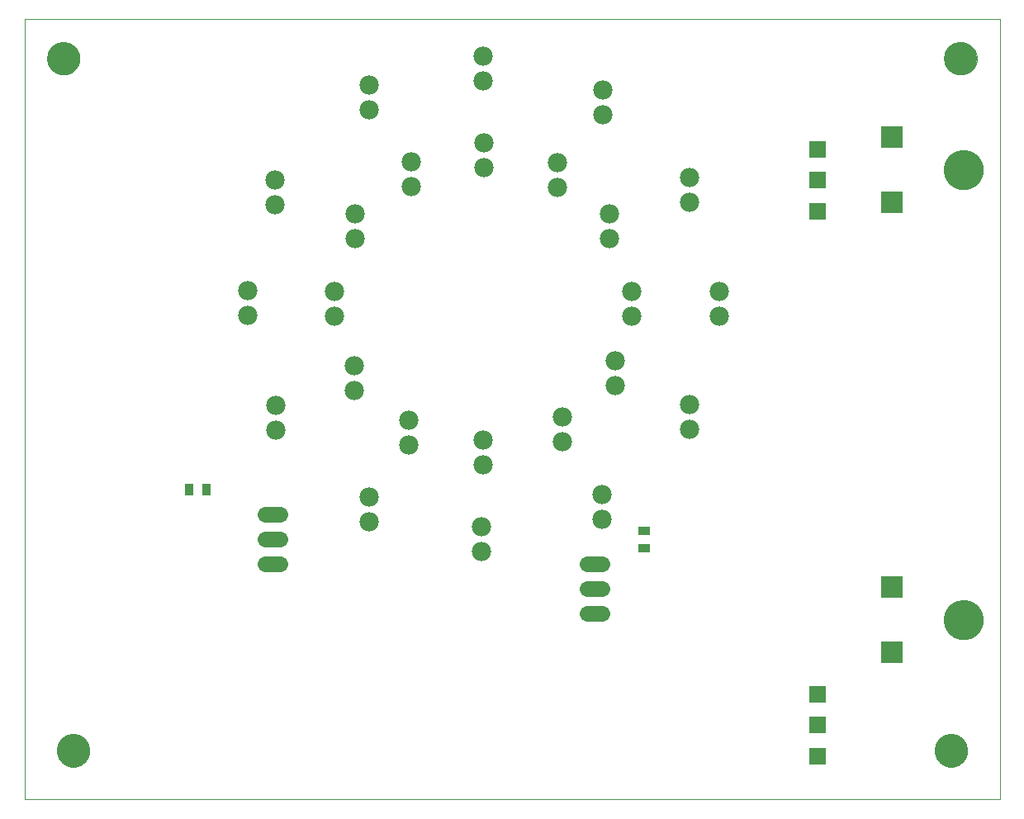
<source format=gts>
G75*
%MOIN*%
%OFA0B0*%
%FSLAX25Y25*%
%IPPOS*%
%LPD*%
%AMOC8*
5,1,8,0,0,1.08239X$1,22.5*
%
%ADD10C,0.00000*%
%ADD11C,0.07800*%
%ADD12C,0.16148*%
%ADD13R,0.08668X0.08668*%
%ADD14R,0.06700X0.06700*%
%ADD15R,0.03550X0.05124*%
%ADD16R,0.05124X0.03550*%
%ADD17C,0.06400*%
%ADD18C,0.13400*%
D10*
X0001300Y0022263D02*
X0001300Y0337223D01*
X0395001Y0337223D01*
X0395001Y0022263D01*
X0001300Y0022263D01*
X0014485Y0041948D02*
X0014487Y0042109D01*
X0014493Y0042269D01*
X0014503Y0042430D01*
X0014517Y0042590D01*
X0014535Y0042750D01*
X0014556Y0042909D01*
X0014582Y0043068D01*
X0014612Y0043226D01*
X0014645Y0043383D01*
X0014683Y0043540D01*
X0014724Y0043695D01*
X0014769Y0043849D01*
X0014818Y0044002D01*
X0014871Y0044154D01*
X0014927Y0044305D01*
X0014988Y0044454D01*
X0015051Y0044602D01*
X0015119Y0044748D01*
X0015190Y0044892D01*
X0015264Y0045034D01*
X0015342Y0045175D01*
X0015424Y0045313D01*
X0015509Y0045450D01*
X0015597Y0045584D01*
X0015689Y0045716D01*
X0015784Y0045846D01*
X0015882Y0045974D01*
X0015983Y0046099D01*
X0016087Y0046221D01*
X0016194Y0046341D01*
X0016304Y0046458D01*
X0016417Y0046573D01*
X0016533Y0046684D01*
X0016652Y0046793D01*
X0016773Y0046898D01*
X0016897Y0047001D01*
X0017023Y0047101D01*
X0017151Y0047197D01*
X0017282Y0047290D01*
X0017416Y0047380D01*
X0017551Y0047467D01*
X0017689Y0047550D01*
X0017828Y0047630D01*
X0017970Y0047706D01*
X0018113Y0047779D01*
X0018258Y0047848D01*
X0018405Y0047914D01*
X0018553Y0047976D01*
X0018703Y0048034D01*
X0018854Y0048089D01*
X0019007Y0048140D01*
X0019161Y0048187D01*
X0019316Y0048230D01*
X0019472Y0048269D01*
X0019628Y0048305D01*
X0019786Y0048336D01*
X0019944Y0048364D01*
X0020103Y0048388D01*
X0020263Y0048408D01*
X0020423Y0048424D01*
X0020583Y0048436D01*
X0020744Y0048444D01*
X0020905Y0048448D01*
X0021065Y0048448D01*
X0021226Y0048444D01*
X0021387Y0048436D01*
X0021547Y0048424D01*
X0021707Y0048408D01*
X0021867Y0048388D01*
X0022026Y0048364D01*
X0022184Y0048336D01*
X0022342Y0048305D01*
X0022498Y0048269D01*
X0022654Y0048230D01*
X0022809Y0048187D01*
X0022963Y0048140D01*
X0023116Y0048089D01*
X0023267Y0048034D01*
X0023417Y0047976D01*
X0023565Y0047914D01*
X0023712Y0047848D01*
X0023857Y0047779D01*
X0024000Y0047706D01*
X0024142Y0047630D01*
X0024281Y0047550D01*
X0024419Y0047467D01*
X0024554Y0047380D01*
X0024688Y0047290D01*
X0024819Y0047197D01*
X0024947Y0047101D01*
X0025073Y0047001D01*
X0025197Y0046898D01*
X0025318Y0046793D01*
X0025437Y0046684D01*
X0025553Y0046573D01*
X0025666Y0046458D01*
X0025776Y0046341D01*
X0025883Y0046221D01*
X0025987Y0046099D01*
X0026088Y0045974D01*
X0026186Y0045846D01*
X0026281Y0045716D01*
X0026373Y0045584D01*
X0026461Y0045450D01*
X0026546Y0045313D01*
X0026628Y0045175D01*
X0026706Y0045034D01*
X0026780Y0044892D01*
X0026851Y0044748D01*
X0026919Y0044602D01*
X0026982Y0044454D01*
X0027043Y0044305D01*
X0027099Y0044154D01*
X0027152Y0044002D01*
X0027201Y0043849D01*
X0027246Y0043695D01*
X0027287Y0043540D01*
X0027325Y0043383D01*
X0027358Y0043226D01*
X0027388Y0043068D01*
X0027414Y0042909D01*
X0027435Y0042750D01*
X0027453Y0042590D01*
X0027467Y0042430D01*
X0027477Y0042269D01*
X0027483Y0042109D01*
X0027485Y0041948D01*
X0027483Y0041787D01*
X0027477Y0041627D01*
X0027467Y0041466D01*
X0027453Y0041306D01*
X0027435Y0041146D01*
X0027414Y0040987D01*
X0027388Y0040828D01*
X0027358Y0040670D01*
X0027325Y0040513D01*
X0027287Y0040356D01*
X0027246Y0040201D01*
X0027201Y0040047D01*
X0027152Y0039894D01*
X0027099Y0039742D01*
X0027043Y0039591D01*
X0026982Y0039442D01*
X0026919Y0039294D01*
X0026851Y0039148D01*
X0026780Y0039004D01*
X0026706Y0038862D01*
X0026628Y0038721D01*
X0026546Y0038583D01*
X0026461Y0038446D01*
X0026373Y0038312D01*
X0026281Y0038180D01*
X0026186Y0038050D01*
X0026088Y0037922D01*
X0025987Y0037797D01*
X0025883Y0037675D01*
X0025776Y0037555D01*
X0025666Y0037438D01*
X0025553Y0037323D01*
X0025437Y0037212D01*
X0025318Y0037103D01*
X0025197Y0036998D01*
X0025073Y0036895D01*
X0024947Y0036795D01*
X0024819Y0036699D01*
X0024688Y0036606D01*
X0024554Y0036516D01*
X0024419Y0036429D01*
X0024281Y0036346D01*
X0024142Y0036266D01*
X0024000Y0036190D01*
X0023857Y0036117D01*
X0023712Y0036048D01*
X0023565Y0035982D01*
X0023417Y0035920D01*
X0023267Y0035862D01*
X0023116Y0035807D01*
X0022963Y0035756D01*
X0022809Y0035709D01*
X0022654Y0035666D01*
X0022498Y0035627D01*
X0022342Y0035591D01*
X0022184Y0035560D01*
X0022026Y0035532D01*
X0021867Y0035508D01*
X0021707Y0035488D01*
X0021547Y0035472D01*
X0021387Y0035460D01*
X0021226Y0035452D01*
X0021065Y0035448D01*
X0020905Y0035448D01*
X0020744Y0035452D01*
X0020583Y0035460D01*
X0020423Y0035472D01*
X0020263Y0035488D01*
X0020103Y0035508D01*
X0019944Y0035532D01*
X0019786Y0035560D01*
X0019628Y0035591D01*
X0019472Y0035627D01*
X0019316Y0035666D01*
X0019161Y0035709D01*
X0019007Y0035756D01*
X0018854Y0035807D01*
X0018703Y0035862D01*
X0018553Y0035920D01*
X0018405Y0035982D01*
X0018258Y0036048D01*
X0018113Y0036117D01*
X0017970Y0036190D01*
X0017828Y0036266D01*
X0017689Y0036346D01*
X0017551Y0036429D01*
X0017416Y0036516D01*
X0017282Y0036606D01*
X0017151Y0036699D01*
X0017023Y0036795D01*
X0016897Y0036895D01*
X0016773Y0036998D01*
X0016652Y0037103D01*
X0016533Y0037212D01*
X0016417Y0037323D01*
X0016304Y0037438D01*
X0016194Y0037555D01*
X0016087Y0037675D01*
X0015983Y0037797D01*
X0015882Y0037922D01*
X0015784Y0038050D01*
X0015689Y0038180D01*
X0015597Y0038312D01*
X0015509Y0038446D01*
X0015424Y0038583D01*
X0015342Y0038721D01*
X0015264Y0038862D01*
X0015190Y0039004D01*
X0015119Y0039148D01*
X0015051Y0039294D01*
X0014988Y0039442D01*
X0014927Y0039591D01*
X0014871Y0039742D01*
X0014818Y0039894D01*
X0014769Y0040047D01*
X0014724Y0040201D01*
X0014683Y0040356D01*
X0014645Y0040513D01*
X0014612Y0040670D01*
X0014582Y0040828D01*
X0014556Y0040987D01*
X0014535Y0041146D01*
X0014517Y0041306D01*
X0014503Y0041466D01*
X0014493Y0041627D01*
X0014487Y0041787D01*
X0014485Y0041948D01*
X0010548Y0321475D02*
X0010550Y0321636D01*
X0010556Y0321796D01*
X0010566Y0321957D01*
X0010580Y0322117D01*
X0010598Y0322277D01*
X0010619Y0322436D01*
X0010645Y0322595D01*
X0010675Y0322753D01*
X0010708Y0322910D01*
X0010746Y0323067D01*
X0010787Y0323222D01*
X0010832Y0323376D01*
X0010881Y0323529D01*
X0010934Y0323681D01*
X0010990Y0323832D01*
X0011051Y0323981D01*
X0011114Y0324129D01*
X0011182Y0324275D01*
X0011253Y0324419D01*
X0011327Y0324561D01*
X0011405Y0324702D01*
X0011487Y0324840D01*
X0011572Y0324977D01*
X0011660Y0325111D01*
X0011752Y0325243D01*
X0011847Y0325373D01*
X0011945Y0325501D01*
X0012046Y0325626D01*
X0012150Y0325748D01*
X0012257Y0325868D01*
X0012367Y0325985D01*
X0012480Y0326100D01*
X0012596Y0326211D01*
X0012715Y0326320D01*
X0012836Y0326425D01*
X0012960Y0326528D01*
X0013086Y0326628D01*
X0013214Y0326724D01*
X0013345Y0326817D01*
X0013479Y0326907D01*
X0013614Y0326994D01*
X0013752Y0327077D01*
X0013891Y0327157D01*
X0014033Y0327233D01*
X0014176Y0327306D01*
X0014321Y0327375D01*
X0014468Y0327441D01*
X0014616Y0327503D01*
X0014766Y0327561D01*
X0014917Y0327616D01*
X0015070Y0327667D01*
X0015224Y0327714D01*
X0015379Y0327757D01*
X0015535Y0327796D01*
X0015691Y0327832D01*
X0015849Y0327863D01*
X0016007Y0327891D01*
X0016166Y0327915D01*
X0016326Y0327935D01*
X0016486Y0327951D01*
X0016646Y0327963D01*
X0016807Y0327971D01*
X0016968Y0327975D01*
X0017128Y0327975D01*
X0017289Y0327971D01*
X0017450Y0327963D01*
X0017610Y0327951D01*
X0017770Y0327935D01*
X0017930Y0327915D01*
X0018089Y0327891D01*
X0018247Y0327863D01*
X0018405Y0327832D01*
X0018561Y0327796D01*
X0018717Y0327757D01*
X0018872Y0327714D01*
X0019026Y0327667D01*
X0019179Y0327616D01*
X0019330Y0327561D01*
X0019480Y0327503D01*
X0019628Y0327441D01*
X0019775Y0327375D01*
X0019920Y0327306D01*
X0020063Y0327233D01*
X0020205Y0327157D01*
X0020344Y0327077D01*
X0020482Y0326994D01*
X0020617Y0326907D01*
X0020751Y0326817D01*
X0020882Y0326724D01*
X0021010Y0326628D01*
X0021136Y0326528D01*
X0021260Y0326425D01*
X0021381Y0326320D01*
X0021500Y0326211D01*
X0021616Y0326100D01*
X0021729Y0325985D01*
X0021839Y0325868D01*
X0021946Y0325748D01*
X0022050Y0325626D01*
X0022151Y0325501D01*
X0022249Y0325373D01*
X0022344Y0325243D01*
X0022436Y0325111D01*
X0022524Y0324977D01*
X0022609Y0324840D01*
X0022691Y0324702D01*
X0022769Y0324561D01*
X0022843Y0324419D01*
X0022914Y0324275D01*
X0022982Y0324129D01*
X0023045Y0323981D01*
X0023106Y0323832D01*
X0023162Y0323681D01*
X0023215Y0323529D01*
X0023264Y0323376D01*
X0023309Y0323222D01*
X0023350Y0323067D01*
X0023388Y0322910D01*
X0023421Y0322753D01*
X0023451Y0322595D01*
X0023477Y0322436D01*
X0023498Y0322277D01*
X0023516Y0322117D01*
X0023530Y0321957D01*
X0023540Y0321796D01*
X0023546Y0321636D01*
X0023548Y0321475D01*
X0023546Y0321314D01*
X0023540Y0321154D01*
X0023530Y0320993D01*
X0023516Y0320833D01*
X0023498Y0320673D01*
X0023477Y0320514D01*
X0023451Y0320355D01*
X0023421Y0320197D01*
X0023388Y0320040D01*
X0023350Y0319883D01*
X0023309Y0319728D01*
X0023264Y0319574D01*
X0023215Y0319421D01*
X0023162Y0319269D01*
X0023106Y0319118D01*
X0023045Y0318969D01*
X0022982Y0318821D01*
X0022914Y0318675D01*
X0022843Y0318531D01*
X0022769Y0318389D01*
X0022691Y0318248D01*
X0022609Y0318110D01*
X0022524Y0317973D01*
X0022436Y0317839D01*
X0022344Y0317707D01*
X0022249Y0317577D01*
X0022151Y0317449D01*
X0022050Y0317324D01*
X0021946Y0317202D01*
X0021839Y0317082D01*
X0021729Y0316965D01*
X0021616Y0316850D01*
X0021500Y0316739D01*
X0021381Y0316630D01*
X0021260Y0316525D01*
X0021136Y0316422D01*
X0021010Y0316322D01*
X0020882Y0316226D01*
X0020751Y0316133D01*
X0020617Y0316043D01*
X0020482Y0315956D01*
X0020344Y0315873D01*
X0020205Y0315793D01*
X0020063Y0315717D01*
X0019920Y0315644D01*
X0019775Y0315575D01*
X0019628Y0315509D01*
X0019480Y0315447D01*
X0019330Y0315389D01*
X0019179Y0315334D01*
X0019026Y0315283D01*
X0018872Y0315236D01*
X0018717Y0315193D01*
X0018561Y0315154D01*
X0018405Y0315118D01*
X0018247Y0315087D01*
X0018089Y0315059D01*
X0017930Y0315035D01*
X0017770Y0315015D01*
X0017610Y0314999D01*
X0017450Y0314987D01*
X0017289Y0314979D01*
X0017128Y0314975D01*
X0016968Y0314975D01*
X0016807Y0314979D01*
X0016646Y0314987D01*
X0016486Y0314999D01*
X0016326Y0315015D01*
X0016166Y0315035D01*
X0016007Y0315059D01*
X0015849Y0315087D01*
X0015691Y0315118D01*
X0015535Y0315154D01*
X0015379Y0315193D01*
X0015224Y0315236D01*
X0015070Y0315283D01*
X0014917Y0315334D01*
X0014766Y0315389D01*
X0014616Y0315447D01*
X0014468Y0315509D01*
X0014321Y0315575D01*
X0014176Y0315644D01*
X0014033Y0315717D01*
X0013891Y0315793D01*
X0013752Y0315873D01*
X0013614Y0315956D01*
X0013479Y0316043D01*
X0013345Y0316133D01*
X0013214Y0316226D01*
X0013086Y0316322D01*
X0012960Y0316422D01*
X0012836Y0316525D01*
X0012715Y0316630D01*
X0012596Y0316739D01*
X0012480Y0316850D01*
X0012367Y0316965D01*
X0012257Y0317082D01*
X0012150Y0317202D01*
X0012046Y0317324D01*
X0011945Y0317449D01*
X0011847Y0317577D01*
X0011752Y0317707D01*
X0011660Y0317839D01*
X0011572Y0317973D01*
X0011487Y0318110D01*
X0011405Y0318248D01*
X0011327Y0318389D01*
X0011253Y0318531D01*
X0011182Y0318675D01*
X0011114Y0318821D01*
X0011051Y0318969D01*
X0010990Y0319118D01*
X0010934Y0319269D01*
X0010881Y0319421D01*
X0010832Y0319574D01*
X0010787Y0319728D01*
X0010746Y0319883D01*
X0010708Y0320040D01*
X0010675Y0320197D01*
X0010645Y0320355D01*
X0010619Y0320514D01*
X0010598Y0320673D01*
X0010580Y0320833D01*
X0010566Y0320993D01*
X0010556Y0321154D01*
X0010550Y0321314D01*
X0010548Y0321475D01*
X0368816Y0041948D02*
X0368818Y0042109D01*
X0368824Y0042269D01*
X0368834Y0042430D01*
X0368848Y0042590D01*
X0368866Y0042750D01*
X0368887Y0042909D01*
X0368913Y0043068D01*
X0368943Y0043226D01*
X0368976Y0043383D01*
X0369014Y0043540D01*
X0369055Y0043695D01*
X0369100Y0043849D01*
X0369149Y0044002D01*
X0369202Y0044154D01*
X0369258Y0044305D01*
X0369319Y0044454D01*
X0369382Y0044602D01*
X0369450Y0044748D01*
X0369521Y0044892D01*
X0369595Y0045034D01*
X0369673Y0045175D01*
X0369755Y0045313D01*
X0369840Y0045450D01*
X0369928Y0045584D01*
X0370020Y0045716D01*
X0370115Y0045846D01*
X0370213Y0045974D01*
X0370314Y0046099D01*
X0370418Y0046221D01*
X0370525Y0046341D01*
X0370635Y0046458D01*
X0370748Y0046573D01*
X0370864Y0046684D01*
X0370983Y0046793D01*
X0371104Y0046898D01*
X0371228Y0047001D01*
X0371354Y0047101D01*
X0371482Y0047197D01*
X0371613Y0047290D01*
X0371747Y0047380D01*
X0371882Y0047467D01*
X0372020Y0047550D01*
X0372159Y0047630D01*
X0372301Y0047706D01*
X0372444Y0047779D01*
X0372589Y0047848D01*
X0372736Y0047914D01*
X0372884Y0047976D01*
X0373034Y0048034D01*
X0373185Y0048089D01*
X0373338Y0048140D01*
X0373492Y0048187D01*
X0373647Y0048230D01*
X0373803Y0048269D01*
X0373959Y0048305D01*
X0374117Y0048336D01*
X0374275Y0048364D01*
X0374434Y0048388D01*
X0374594Y0048408D01*
X0374754Y0048424D01*
X0374914Y0048436D01*
X0375075Y0048444D01*
X0375236Y0048448D01*
X0375396Y0048448D01*
X0375557Y0048444D01*
X0375718Y0048436D01*
X0375878Y0048424D01*
X0376038Y0048408D01*
X0376198Y0048388D01*
X0376357Y0048364D01*
X0376515Y0048336D01*
X0376673Y0048305D01*
X0376829Y0048269D01*
X0376985Y0048230D01*
X0377140Y0048187D01*
X0377294Y0048140D01*
X0377447Y0048089D01*
X0377598Y0048034D01*
X0377748Y0047976D01*
X0377896Y0047914D01*
X0378043Y0047848D01*
X0378188Y0047779D01*
X0378331Y0047706D01*
X0378473Y0047630D01*
X0378612Y0047550D01*
X0378750Y0047467D01*
X0378885Y0047380D01*
X0379019Y0047290D01*
X0379150Y0047197D01*
X0379278Y0047101D01*
X0379404Y0047001D01*
X0379528Y0046898D01*
X0379649Y0046793D01*
X0379768Y0046684D01*
X0379884Y0046573D01*
X0379997Y0046458D01*
X0380107Y0046341D01*
X0380214Y0046221D01*
X0380318Y0046099D01*
X0380419Y0045974D01*
X0380517Y0045846D01*
X0380612Y0045716D01*
X0380704Y0045584D01*
X0380792Y0045450D01*
X0380877Y0045313D01*
X0380959Y0045175D01*
X0381037Y0045034D01*
X0381111Y0044892D01*
X0381182Y0044748D01*
X0381250Y0044602D01*
X0381313Y0044454D01*
X0381374Y0044305D01*
X0381430Y0044154D01*
X0381483Y0044002D01*
X0381532Y0043849D01*
X0381577Y0043695D01*
X0381618Y0043540D01*
X0381656Y0043383D01*
X0381689Y0043226D01*
X0381719Y0043068D01*
X0381745Y0042909D01*
X0381766Y0042750D01*
X0381784Y0042590D01*
X0381798Y0042430D01*
X0381808Y0042269D01*
X0381814Y0042109D01*
X0381816Y0041948D01*
X0381814Y0041787D01*
X0381808Y0041627D01*
X0381798Y0041466D01*
X0381784Y0041306D01*
X0381766Y0041146D01*
X0381745Y0040987D01*
X0381719Y0040828D01*
X0381689Y0040670D01*
X0381656Y0040513D01*
X0381618Y0040356D01*
X0381577Y0040201D01*
X0381532Y0040047D01*
X0381483Y0039894D01*
X0381430Y0039742D01*
X0381374Y0039591D01*
X0381313Y0039442D01*
X0381250Y0039294D01*
X0381182Y0039148D01*
X0381111Y0039004D01*
X0381037Y0038862D01*
X0380959Y0038721D01*
X0380877Y0038583D01*
X0380792Y0038446D01*
X0380704Y0038312D01*
X0380612Y0038180D01*
X0380517Y0038050D01*
X0380419Y0037922D01*
X0380318Y0037797D01*
X0380214Y0037675D01*
X0380107Y0037555D01*
X0379997Y0037438D01*
X0379884Y0037323D01*
X0379768Y0037212D01*
X0379649Y0037103D01*
X0379528Y0036998D01*
X0379404Y0036895D01*
X0379278Y0036795D01*
X0379150Y0036699D01*
X0379019Y0036606D01*
X0378885Y0036516D01*
X0378750Y0036429D01*
X0378612Y0036346D01*
X0378473Y0036266D01*
X0378331Y0036190D01*
X0378188Y0036117D01*
X0378043Y0036048D01*
X0377896Y0035982D01*
X0377748Y0035920D01*
X0377598Y0035862D01*
X0377447Y0035807D01*
X0377294Y0035756D01*
X0377140Y0035709D01*
X0376985Y0035666D01*
X0376829Y0035627D01*
X0376673Y0035591D01*
X0376515Y0035560D01*
X0376357Y0035532D01*
X0376198Y0035508D01*
X0376038Y0035488D01*
X0375878Y0035472D01*
X0375718Y0035460D01*
X0375557Y0035452D01*
X0375396Y0035448D01*
X0375236Y0035448D01*
X0375075Y0035452D01*
X0374914Y0035460D01*
X0374754Y0035472D01*
X0374594Y0035488D01*
X0374434Y0035508D01*
X0374275Y0035532D01*
X0374117Y0035560D01*
X0373959Y0035591D01*
X0373803Y0035627D01*
X0373647Y0035666D01*
X0373492Y0035709D01*
X0373338Y0035756D01*
X0373185Y0035807D01*
X0373034Y0035862D01*
X0372884Y0035920D01*
X0372736Y0035982D01*
X0372589Y0036048D01*
X0372444Y0036117D01*
X0372301Y0036190D01*
X0372159Y0036266D01*
X0372020Y0036346D01*
X0371882Y0036429D01*
X0371747Y0036516D01*
X0371613Y0036606D01*
X0371482Y0036699D01*
X0371354Y0036795D01*
X0371228Y0036895D01*
X0371104Y0036998D01*
X0370983Y0037103D01*
X0370864Y0037212D01*
X0370748Y0037323D01*
X0370635Y0037438D01*
X0370525Y0037555D01*
X0370418Y0037675D01*
X0370314Y0037797D01*
X0370213Y0037922D01*
X0370115Y0038050D01*
X0370020Y0038180D01*
X0369928Y0038312D01*
X0369840Y0038446D01*
X0369755Y0038583D01*
X0369673Y0038721D01*
X0369595Y0038862D01*
X0369521Y0039004D01*
X0369450Y0039148D01*
X0369382Y0039294D01*
X0369319Y0039442D01*
X0369258Y0039591D01*
X0369202Y0039742D01*
X0369149Y0039894D01*
X0369100Y0040047D01*
X0369055Y0040201D01*
X0369014Y0040356D01*
X0368976Y0040513D01*
X0368943Y0040670D01*
X0368913Y0040828D01*
X0368887Y0040987D01*
X0368866Y0041146D01*
X0368848Y0041306D01*
X0368834Y0041466D01*
X0368824Y0041627D01*
X0368818Y0041787D01*
X0368816Y0041948D01*
X0372442Y0094822D02*
X0372444Y0095015D01*
X0372451Y0095208D01*
X0372463Y0095401D01*
X0372480Y0095594D01*
X0372501Y0095786D01*
X0372527Y0095977D01*
X0372558Y0096168D01*
X0372593Y0096358D01*
X0372633Y0096547D01*
X0372678Y0096735D01*
X0372727Y0096922D01*
X0372781Y0097108D01*
X0372839Y0097292D01*
X0372902Y0097475D01*
X0372970Y0097656D01*
X0373041Y0097835D01*
X0373118Y0098013D01*
X0373198Y0098189D01*
X0373283Y0098362D01*
X0373372Y0098534D01*
X0373465Y0098703D01*
X0373562Y0098870D01*
X0373664Y0099035D01*
X0373769Y0099197D01*
X0373878Y0099356D01*
X0373992Y0099513D01*
X0374109Y0099666D01*
X0374229Y0099817D01*
X0374354Y0099965D01*
X0374482Y0100110D01*
X0374613Y0100251D01*
X0374748Y0100390D01*
X0374887Y0100525D01*
X0375028Y0100656D01*
X0375173Y0100784D01*
X0375321Y0100909D01*
X0375472Y0101029D01*
X0375625Y0101146D01*
X0375782Y0101260D01*
X0375941Y0101369D01*
X0376103Y0101474D01*
X0376268Y0101576D01*
X0376435Y0101673D01*
X0376604Y0101766D01*
X0376776Y0101855D01*
X0376949Y0101940D01*
X0377125Y0102020D01*
X0377303Y0102097D01*
X0377482Y0102168D01*
X0377663Y0102236D01*
X0377846Y0102299D01*
X0378030Y0102357D01*
X0378216Y0102411D01*
X0378403Y0102460D01*
X0378591Y0102505D01*
X0378780Y0102545D01*
X0378970Y0102580D01*
X0379161Y0102611D01*
X0379352Y0102637D01*
X0379544Y0102658D01*
X0379737Y0102675D01*
X0379930Y0102687D01*
X0380123Y0102694D01*
X0380316Y0102696D01*
X0380509Y0102694D01*
X0380702Y0102687D01*
X0380895Y0102675D01*
X0381088Y0102658D01*
X0381280Y0102637D01*
X0381471Y0102611D01*
X0381662Y0102580D01*
X0381852Y0102545D01*
X0382041Y0102505D01*
X0382229Y0102460D01*
X0382416Y0102411D01*
X0382602Y0102357D01*
X0382786Y0102299D01*
X0382969Y0102236D01*
X0383150Y0102168D01*
X0383329Y0102097D01*
X0383507Y0102020D01*
X0383683Y0101940D01*
X0383856Y0101855D01*
X0384028Y0101766D01*
X0384197Y0101673D01*
X0384364Y0101576D01*
X0384529Y0101474D01*
X0384691Y0101369D01*
X0384850Y0101260D01*
X0385007Y0101146D01*
X0385160Y0101029D01*
X0385311Y0100909D01*
X0385459Y0100784D01*
X0385604Y0100656D01*
X0385745Y0100525D01*
X0385884Y0100390D01*
X0386019Y0100251D01*
X0386150Y0100110D01*
X0386278Y0099965D01*
X0386403Y0099817D01*
X0386523Y0099666D01*
X0386640Y0099513D01*
X0386754Y0099356D01*
X0386863Y0099197D01*
X0386968Y0099035D01*
X0387070Y0098870D01*
X0387167Y0098703D01*
X0387260Y0098534D01*
X0387349Y0098362D01*
X0387434Y0098189D01*
X0387514Y0098013D01*
X0387591Y0097835D01*
X0387662Y0097656D01*
X0387730Y0097475D01*
X0387793Y0097292D01*
X0387851Y0097108D01*
X0387905Y0096922D01*
X0387954Y0096735D01*
X0387999Y0096547D01*
X0388039Y0096358D01*
X0388074Y0096168D01*
X0388105Y0095977D01*
X0388131Y0095786D01*
X0388152Y0095594D01*
X0388169Y0095401D01*
X0388181Y0095208D01*
X0388188Y0095015D01*
X0388190Y0094822D01*
X0388188Y0094629D01*
X0388181Y0094436D01*
X0388169Y0094243D01*
X0388152Y0094050D01*
X0388131Y0093858D01*
X0388105Y0093667D01*
X0388074Y0093476D01*
X0388039Y0093286D01*
X0387999Y0093097D01*
X0387954Y0092909D01*
X0387905Y0092722D01*
X0387851Y0092536D01*
X0387793Y0092352D01*
X0387730Y0092169D01*
X0387662Y0091988D01*
X0387591Y0091809D01*
X0387514Y0091631D01*
X0387434Y0091455D01*
X0387349Y0091282D01*
X0387260Y0091110D01*
X0387167Y0090941D01*
X0387070Y0090774D01*
X0386968Y0090609D01*
X0386863Y0090447D01*
X0386754Y0090288D01*
X0386640Y0090131D01*
X0386523Y0089978D01*
X0386403Y0089827D01*
X0386278Y0089679D01*
X0386150Y0089534D01*
X0386019Y0089393D01*
X0385884Y0089254D01*
X0385745Y0089119D01*
X0385604Y0088988D01*
X0385459Y0088860D01*
X0385311Y0088735D01*
X0385160Y0088615D01*
X0385007Y0088498D01*
X0384850Y0088384D01*
X0384691Y0088275D01*
X0384529Y0088170D01*
X0384364Y0088068D01*
X0384197Y0087971D01*
X0384028Y0087878D01*
X0383856Y0087789D01*
X0383683Y0087704D01*
X0383507Y0087624D01*
X0383329Y0087547D01*
X0383150Y0087476D01*
X0382969Y0087408D01*
X0382786Y0087345D01*
X0382602Y0087287D01*
X0382416Y0087233D01*
X0382229Y0087184D01*
X0382041Y0087139D01*
X0381852Y0087099D01*
X0381662Y0087064D01*
X0381471Y0087033D01*
X0381280Y0087007D01*
X0381088Y0086986D01*
X0380895Y0086969D01*
X0380702Y0086957D01*
X0380509Y0086950D01*
X0380316Y0086948D01*
X0380123Y0086950D01*
X0379930Y0086957D01*
X0379737Y0086969D01*
X0379544Y0086986D01*
X0379352Y0087007D01*
X0379161Y0087033D01*
X0378970Y0087064D01*
X0378780Y0087099D01*
X0378591Y0087139D01*
X0378403Y0087184D01*
X0378216Y0087233D01*
X0378030Y0087287D01*
X0377846Y0087345D01*
X0377663Y0087408D01*
X0377482Y0087476D01*
X0377303Y0087547D01*
X0377125Y0087624D01*
X0376949Y0087704D01*
X0376776Y0087789D01*
X0376604Y0087878D01*
X0376435Y0087971D01*
X0376268Y0088068D01*
X0376103Y0088170D01*
X0375941Y0088275D01*
X0375782Y0088384D01*
X0375625Y0088498D01*
X0375472Y0088615D01*
X0375321Y0088735D01*
X0375173Y0088860D01*
X0375028Y0088988D01*
X0374887Y0089119D01*
X0374748Y0089254D01*
X0374613Y0089393D01*
X0374482Y0089534D01*
X0374354Y0089679D01*
X0374229Y0089827D01*
X0374109Y0089978D01*
X0373992Y0090131D01*
X0373878Y0090288D01*
X0373769Y0090447D01*
X0373664Y0090609D01*
X0373562Y0090774D01*
X0373465Y0090941D01*
X0373372Y0091110D01*
X0373283Y0091282D01*
X0373198Y0091455D01*
X0373118Y0091631D01*
X0373041Y0091809D01*
X0372970Y0091988D01*
X0372902Y0092169D01*
X0372839Y0092352D01*
X0372781Y0092536D01*
X0372727Y0092722D01*
X0372678Y0092909D01*
X0372633Y0093097D01*
X0372593Y0093286D01*
X0372558Y0093476D01*
X0372527Y0093667D01*
X0372501Y0093858D01*
X0372480Y0094050D01*
X0372463Y0094243D01*
X0372451Y0094436D01*
X0372444Y0094629D01*
X0372442Y0094822D01*
X0372442Y0276514D02*
X0372444Y0276707D01*
X0372451Y0276900D01*
X0372463Y0277093D01*
X0372480Y0277286D01*
X0372501Y0277478D01*
X0372527Y0277669D01*
X0372558Y0277860D01*
X0372593Y0278050D01*
X0372633Y0278239D01*
X0372678Y0278427D01*
X0372727Y0278614D01*
X0372781Y0278800D01*
X0372839Y0278984D01*
X0372902Y0279167D01*
X0372970Y0279348D01*
X0373041Y0279527D01*
X0373118Y0279705D01*
X0373198Y0279881D01*
X0373283Y0280054D01*
X0373372Y0280226D01*
X0373465Y0280395D01*
X0373562Y0280562D01*
X0373664Y0280727D01*
X0373769Y0280889D01*
X0373878Y0281048D01*
X0373992Y0281205D01*
X0374109Y0281358D01*
X0374229Y0281509D01*
X0374354Y0281657D01*
X0374482Y0281802D01*
X0374613Y0281943D01*
X0374748Y0282082D01*
X0374887Y0282217D01*
X0375028Y0282348D01*
X0375173Y0282476D01*
X0375321Y0282601D01*
X0375472Y0282721D01*
X0375625Y0282838D01*
X0375782Y0282952D01*
X0375941Y0283061D01*
X0376103Y0283166D01*
X0376268Y0283268D01*
X0376435Y0283365D01*
X0376604Y0283458D01*
X0376776Y0283547D01*
X0376949Y0283632D01*
X0377125Y0283712D01*
X0377303Y0283789D01*
X0377482Y0283860D01*
X0377663Y0283928D01*
X0377846Y0283991D01*
X0378030Y0284049D01*
X0378216Y0284103D01*
X0378403Y0284152D01*
X0378591Y0284197D01*
X0378780Y0284237D01*
X0378970Y0284272D01*
X0379161Y0284303D01*
X0379352Y0284329D01*
X0379544Y0284350D01*
X0379737Y0284367D01*
X0379930Y0284379D01*
X0380123Y0284386D01*
X0380316Y0284388D01*
X0380509Y0284386D01*
X0380702Y0284379D01*
X0380895Y0284367D01*
X0381088Y0284350D01*
X0381280Y0284329D01*
X0381471Y0284303D01*
X0381662Y0284272D01*
X0381852Y0284237D01*
X0382041Y0284197D01*
X0382229Y0284152D01*
X0382416Y0284103D01*
X0382602Y0284049D01*
X0382786Y0283991D01*
X0382969Y0283928D01*
X0383150Y0283860D01*
X0383329Y0283789D01*
X0383507Y0283712D01*
X0383683Y0283632D01*
X0383856Y0283547D01*
X0384028Y0283458D01*
X0384197Y0283365D01*
X0384364Y0283268D01*
X0384529Y0283166D01*
X0384691Y0283061D01*
X0384850Y0282952D01*
X0385007Y0282838D01*
X0385160Y0282721D01*
X0385311Y0282601D01*
X0385459Y0282476D01*
X0385604Y0282348D01*
X0385745Y0282217D01*
X0385884Y0282082D01*
X0386019Y0281943D01*
X0386150Y0281802D01*
X0386278Y0281657D01*
X0386403Y0281509D01*
X0386523Y0281358D01*
X0386640Y0281205D01*
X0386754Y0281048D01*
X0386863Y0280889D01*
X0386968Y0280727D01*
X0387070Y0280562D01*
X0387167Y0280395D01*
X0387260Y0280226D01*
X0387349Y0280054D01*
X0387434Y0279881D01*
X0387514Y0279705D01*
X0387591Y0279527D01*
X0387662Y0279348D01*
X0387730Y0279167D01*
X0387793Y0278984D01*
X0387851Y0278800D01*
X0387905Y0278614D01*
X0387954Y0278427D01*
X0387999Y0278239D01*
X0388039Y0278050D01*
X0388074Y0277860D01*
X0388105Y0277669D01*
X0388131Y0277478D01*
X0388152Y0277286D01*
X0388169Y0277093D01*
X0388181Y0276900D01*
X0388188Y0276707D01*
X0388190Y0276514D01*
X0388188Y0276321D01*
X0388181Y0276128D01*
X0388169Y0275935D01*
X0388152Y0275742D01*
X0388131Y0275550D01*
X0388105Y0275359D01*
X0388074Y0275168D01*
X0388039Y0274978D01*
X0387999Y0274789D01*
X0387954Y0274601D01*
X0387905Y0274414D01*
X0387851Y0274228D01*
X0387793Y0274044D01*
X0387730Y0273861D01*
X0387662Y0273680D01*
X0387591Y0273501D01*
X0387514Y0273323D01*
X0387434Y0273147D01*
X0387349Y0272974D01*
X0387260Y0272802D01*
X0387167Y0272633D01*
X0387070Y0272466D01*
X0386968Y0272301D01*
X0386863Y0272139D01*
X0386754Y0271980D01*
X0386640Y0271823D01*
X0386523Y0271670D01*
X0386403Y0271519D01*
X0386278Y0271371D01*
X0386150Y0271226D01*
X0386019Y0271085D01*
X0385884Y0270946D01*
X0385745Y0270811D01*
X0385604Y0270680D01*
X0385459Y0270552D01*
X0385311Y0270427D01*
X0385160Y0270307D01*
X0385007Y0270190D01*
X0384850Y0270076D01*
X0384691Y0269967D01*
X0384529Y0269862D01*
X0384364Y0269760D01*
X0384197Y0269663D01*
X0384028Y0269570D01*
X0383856Y0269481D01*
X0383683Y0269396D01*
X0383507Y0269316D01*
X0383329Y0269239D01*
X0383150Y0269168D01*
X0382969Y0269100D01*
X0382786Y0269037D01*
X0382602Y0268979D01*
X0382416Y0268925D01*
X0382229Y0268876D01*
X0382041Y0268831D01*
X0381852Y0268791D01*
X0381662Y0268756D01*
X0381471Y0268725D01*
X0381280Y0268699D01*
X0381088Y0268678D01*
X0380895Y0268661D01*
X0380702Y0268649D01*
X0380509Y0268642D01*
X0380316Y0268640D01*
X0380123Y0268642D01*
X0379930Y0268649D01*
X0379737Y0268661D01*
X0379544Y0268678D01*
X0379352Y0268699D01*
X0379161Y0268725D01*
X0378970Y0268756D01*
X0378780Y0268791D01*
X0378591Y0268831D01*
X0378403Y0268876D01*
X0378216Y0268925D01*
X0378030Y0268979D01*
X0377846Y0269037D01*
X0377663Y0269100D01*
X0377482Y0269168D01*
X0377303Y0269239D01*
X0377125Y0269316D01*
X0376949Y0269396D01*
X0376776Y0269481D01*
X0376604Y0269570D01*
X0376435Y0269663D01*
X0376268Y0269760D01*
X0376103Y0269862D01*
X0375941Y0269967D01*
X0375782Y0270076D01*
X0375625Y0270190D01*
X0375472Y0270307D01*
X0375321Y0270427D01*
X0375173Y0270552D01*
X0375028Y0270680D01*
X0374887Y0270811D01*
X0374748Y0270946D01*
X0374613Y0271085D01*
X0374482Y0271226D01*
X0374354Y0271371D01*
X0374229Y0271519D01*
X0374109Y0271670D01*
X0373992Y0271823D01*
X0373878Y0271980D01*
X0373769Y0272139D01*
X0373664Y0272301D01*
X0373562Y0272466D01*
X0373465Y0272633D01*
X0373372Y0272802D01*
X0373283Y0272974D01*
X0373198Y0273147D01*
X0373118Y0273323D01*
X0373041Y0273501D01*
X0372970Y0273680D01*
X0372902Y0273861D01*
X0372839Y0274044D01*
X0372781Y0274228D01*
X0372727Y0274414D01*
X0372678Y0274601D01*
X0372633Y0274789D01*
X0372593Y0274978D01*
X0372558Y0275168D01*
X0372527Y0275359D01*
X0372501Y0275550D01*
X0372480Y0275742D01*
X0372463Y0275935D01*
X0372451Y0276128D01*
X0372444Y0276321D01*
X0372442Y0276514D01*
X0372753Y0321475D02*
X0372755Y0321636D01*
X0372761Y0321796D01*
X0372771Y0321957D01*
X0372785Y0322117D01*
X0372803Y0322277D01*
X0372824Y0322436D01*
X0372850Y0322595D01*
X0372880Y0322753D01*
X0372913Y0322910D01*
X0372951Y0323067D01*
X0372992Y0323222D01*
X0373037Y0323376D01*
X0373086Y0323529D01*
X0373139Y0323681D01*
X0373195Y0323832D01*
X0373256Y0323981D01*
X0373319Y0324129D01*
X0373387Y0324275D01*
X0373458Y0324419D01*
X0373532Y0324561D01*
X0373610Y0324702D01*
X0373692Y0324840D01*
X0373777Y0324977D01*
X0373865Y0325111D01*
X0373957Y0325243D01*
X0374052Y0325373D01*
X0374150Y0325501D01*
X0374251Y0325626D01*
X0374355Y0325748D01*
X0374462Y0325868D01*
X0374572Y0325985D01*
X0374685Y0326100D01*
X0374801Y0326211D01*
X0374920Y0326320D01*
X0375041Y0326425D01*
X0375165Y0326528D01*
X0375291Y0326628D01*
X0375419Y0326724D01*
X0375550Y0326817D01*
X0375684Y0326907D01*
X0375819Y0326994D01*
X0375957Y0327077D01*
X0376096Y0327157D01*
X0376238Y0327233D01*
X0376381Y0327306D01*
X0376526Y0327375D01*
X0376673Y0327441D01*
X0376821Y0327503D01*
X0376971Y0327561D01*
X0377122Y0327616D01*
X0377275Y0327667D01*
X0377429Y0327714D01*
X0377584Y0327757D01*
X0377740Y0327796D01*
X0377896Y0327832D01*
X0378054Y0327863D01*
X0378212Y0327891D01*
X0378371Y0327915D01*
X0378531Y0327935D01*
X0378691Y0327951D01*
X0378851Y0327963D01*
X0379012Y0327971D01*
X0379173Y0327975D01*
X0379333Y0327975D01*
X0379494Y0327971D01*
X0379655Y0327963D01*
X0379815Y0327951D01*
X0379975Y0327935D01*
X0380135Y0327915D01*
X0380294Y0327891D01*
X0380452Y0327863D01*
X0380610Y0327832D01*
X0380766Y0327796D01*
X0380922Y0327757D01*
X0381077Y0327714D01*
X0381231Y0327667D01*
X0381384Y0327616D01*
X0381535Y0327561D01*
X0381685Y0327503D01*
X0381833Y0327441D01*
X0381980Y0327375D01*
X0382125Y0327306D01*
X0382268Y0327233D01*
X0382410Y0327157D01*
X0382549Y0327077D01*
X0382687Y0326994D01*
X0382822Y0326907D01*
X0382956Y0326817D01*
X0383087Y0326724D01*
X0383215Y0326628D01*
X0383341Y0326528D01*
X0383465Y0326425D01*
X0383586Y0326320D01*
X0383705Y0326211D01*
X0383821Y0326100D01*
X0383934Y0325985D01*
X0384044Y0325868D01*
X0384151Y0325748D01*
X0384255Y0325626D01*
X0384356Y0325501D01*
X0384454Y0325373D01*
X0384549Y0325243D01*
X0384641Y0325111D01*
X0384729Y0324977D01*
X0384814Y0324840D01*
X0384896Y0324702D01*
X0384974Y0324561D01*
X0385048Y0324419D01*
X0385119Y0324275D01*
X0385187Y0324129D01*
X0385250Y0323981D01*
X0385311Y0323832D01*
X0385367Y0323681D01*
X0385420Y0323529D01*
X0385469Y0323376D01*
X0385514Y0323222D01*
X0385555Y0323067D01*
X0385593Y0322910D01*
X0385626Y0322753D01*
X0385656Y0322595D01*
X0385682Y0322436D01*
X0385703Y0322277D01*
X0385721Y0322117D01*
X0385735Y0321957D01*
X0385745Y0321796D01*
X0385751Y0321636D01*
X0385753Y0321475D01*
X0385751Y0321314D01*
X0385745Y0321154D01*
X0385735Y0320993D01*
X0385721Y0320833D01*
X0385703Y0320673D01*
X0385682Y0320514D01*
X0385656Y0320355D01*
X0385626Y0320197D01*
X0385593Y0320040D01*
X0385555Y0319883D01*
X0385514Y0319728D01*
X0385469Y0319574D01*
X0385420Y0319421D01*
X0385367Y0319269D01*
X0385311Y0319118D01*
X0385250Y0318969D01*
X0385187Y0318821D01*
X0385119Y0318675D01*
X0385048Y0318531D01*
X0384974Y0318389D01*
X0384896Y0318248D01*
X0384814Y0318110D01*
X0384729Y0317973D01*
X0384641Y0317839D01*
X0384549Y0317707D01*
X0384454Y0317577D01*
X0384356Y0317449D01*
X0384255Y0317324D01*
X0384151Y0317202D01*
X0384044Y0317082D01*
X0383934Y0316965D01*
X0383821Y0316850D01*
X0383705Y0316739D01*
X0383586Y0316630D01*
X0383465Y0316525D01*
X0383341Y0316422D01*
X0383215Y0316322D01*
X0383087Y0316226D01*
X0382956Y0316133D01*
X0382822Y0316043D01*
X0382687Y0315956D01*
X0382549Y0315873D01*
X0382410Y0315793D01*
X0382268Y0315717D01*
X0382125Y0315644D01*
X0381980Y0315575D01*
X0381833Y0315509D01*
X0381685Y0315447D01*
X0381535Y0315389D01*
X0381384Y0315334D01*
X0381231Y0315283D01*
X0381077Y0315236D01*
X0380922Y0315193D01*
X0380766Y0315154D01*
X0380610Y0315118D01*
X0380452Y0315087D01*
X0380294Y0315059D01*
X0380135Y0315035D01*
X0379975Y0315015D01*
X0379815Y0314999D01*
X0379655Y0314987D01*
X0379494Y0314979D01*
X0379333Y0314975D01*
X0379173Y0314975D01*
X0379012Y0314979D01*
X0378851Y0314987D01*
X0378691Y0314999D01*
X0378531Y0315015D01*
X0378371Y0315035D01*
X0378212Y0315059D01*
X0378054Y0315087D01*
X0377896Y0315118D01*
X0377740Y0315154D01*
X0377584Y0315193D01*
X0377429Y0315236D01*
X0377275Y0315283D01*
X0377122Y0315334D01*
X0376971Y0315389D01*
X0376821Y0315447D01*
X0376673Y0315509D01*
X0376526Y0315575D01*
X0376381Y0315644D01*
X0376238Y0315717D01*
X0376096Y0315793D01*
X0375957Y0315873D01*
X0375819Y0315956D01*
X0375684Y0316043D01*
X0375550Y0316133D01*
X0375419Y0316226D01*
X0375291Y0316322D01*
X0375165Y0316422D01*
X0375041Y0316525D01*
X0374920Y0316630D01*
X0374801Y0316739D01*
X0374685Y0316850D01*
X0374572Y0316965D01*
X0374462Y0317082D01*
X0374355Y0317202D01*
X0374251Y0317324D01*
X0374150Y0317449D01*
X0374052Y0317577D01*
X0373957Y0317707D01*
X0373865Y0317839D01*
X0373777Y0317973D01*
X0373692Y0318110D01*
X0373610Y0318248D01*
X0373532Y0318389D01*
X0373458Y0318531D01*
X0373387Y0318675D01*
X0373319Y0318821D01*
X0373256Y0318969D01*
X0373195Y0319118D01*
X0373139Y0319269D01*
X0373086Y0319421D01*
X0373037Y0319574D01*
X0372992Y0319728D01*
X0372951Y0319883D01*
X0372913Y0320040D01*
X0372880Y0320197D01*
X0372850Y0320355D01*
X0372824Y0320514D01*
X0372803Y0320673D01*
X0372785Y0320833D01*
X0372771Y0320993D01*
X0372761Y0321154D01*
X0372755Y0321314D01*
X0372753Y0321475D01*
D11*
X0269800Y0273263D03*
X0269800Y0263263D03*
X0237300Y0258763D03*
X0237300Y0248763D03*
X0216300Y0269263D03*
X0216300Y0279263D03*
X0234800Y0298763D03*
X0234800Y0308763D03*
X0186300Y0312263D03*
X0186300Y0322263D03*
X0186800Y0287263D03*
X0186800Y0277263D03*
X0157300Y0279763D03*
X0157300Y0269763D03*
X0134800Y0258763D03*
X0134800Y0248763D03*
X0126300Y0227263D03*
X0126300Y0217263D03*
X0134300Y0197263D03*
X0134300Y0187263D03*
X0156300Y0175263D03*
X0156300Y0165263D03*
X0140300Y0144263D03*
X0140300Y0134263D03*
X0185800Y0132263D03*
X0185800Y0122263D03*
X0186300Y0157263D03*
X0186300Y0167263D03*
X0218300Y0166763D03*
X0218300Y0176763D03*
X0239800Y0189263D03*
X0239800Y0199263D03*
X0246300Y0217263D03*
X0246300Y0227263D03*
X0281800Y0227263D03*
X0281800Y0217263D03*
X0269800Y0181763D03*
X0269800Y0171763D03*
X0234300Y0145263D03*
X0234300Y0135263D03*
X0102800Y0171263D03*
X0102800Y0181263D03*
X0091300Y0217763D03*
X0091300Y0227763D03*
X0102300Y0262263D03*
X0102300Y0272263D03*
X0140300Y0300763D03*
X0140300Y0310763D03*
D12*
X0380316Y0276514D03*
X0380316Y0094822D03*
D13*
X0351418Y0107971D03*
X0351418Y0081672D03*
X0351418Y0263365D03*
X0351418Y0289664D03*
D14*
X0321300Y0284863D03*
X0321300Y0272263D03*
X0321300Y0259663D03*
X0321300Y0064863D03*
X0321300Y0052263D03*
X0321300Y0039663D03*
D15*
X0074843Y0147263D03*
X0067757Y0147263D03*
D16*
X0251300Y0130806D03*
X0251300Y0123719D03*
D17*
X0234300Y0117263D02*
X0228300Y0117263D01*
X0228300Y0107263D02*
X0234300Y0107263D01*
X0234300Y0097263D02*
X0228300Y0097263D01*
X0104300Y0117263D02*
X0098300Y0117263D01*
X0098300Y0127263D02*
X0104300Y0127263D01*
X0104300Y0137263D02*
X0098300Y0137263D01*
D18*
X0020985Y0041948D03*
X0017048Y0321475D03*
X0375316Y0041948D03*
X0379253Y0321475D03*
M02*

</source>
